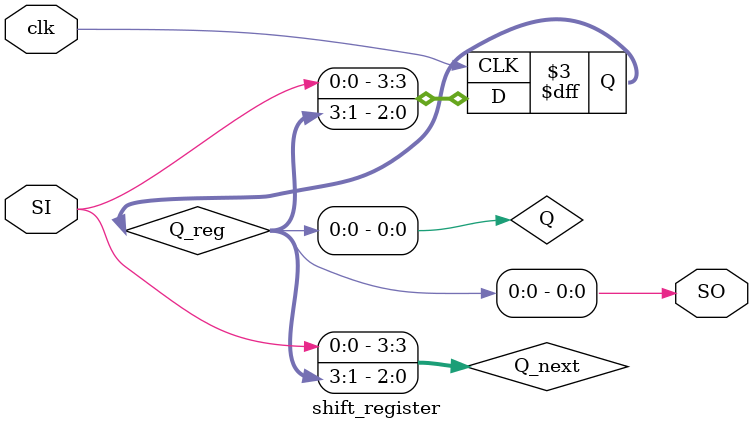
<source format=v>
`timescale 1ns / 1ps


module shift_register
    #(parameter N = 4)(
        input clk,
        input SI,
        //output [N-1:0] I //if we care about the content
        output SO 
    );
    
    //behavioral way
    reg [N-1:0] Q_reg, Q_next;
    
    always@(posedge clk)
    begin
        Q_reg <= Q_next;
    end
    
    //next state logic
    always@(SI, Q_reg)
    begin
        //right shift
        Q_next = {SI, Q_reg[N-1:1]};
        
        //left shift
        //Q_next = {Q_reg[N-2:0], SI};
    end
    
    assign SO = Q_reg[0]; //if you only care about the serial output
    assign Q = Q_reg; //you care to see q3, q2, q1, q0 of the registers
endmodule    
</source>
